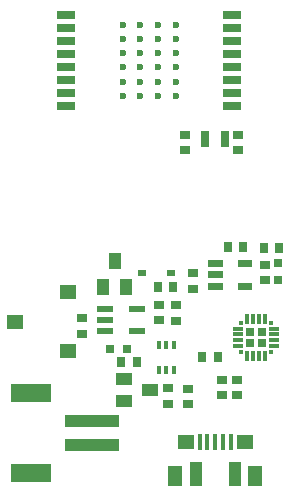
<source format=gbr>
G04 EAGLE Gerber RS-274X export*
G75*
%MOMM*%
%FSLAX34Y34*%
%LPD*%
%INSolderpaste Top*%
%IPPOS*%
%AMOC8*
5,1,8,0,0,1.08239X$1,22.5*%
G01*
%ADD10R,1.397000X1.168400*%
%ADD11R,1.295400X1.676400*%
%ADD12R,1.500000X0.700000*%
%ADD13C,0.600000*%
%ADD14C,0.088500*%
%ADD15R,0.700000X1.400000*%
%ADD16R,0.900000X0.700000*%
%ADD17R,0.400000X1.350000*%
%ADD18R,1.100000X2.100000*%
%ADD19R,4.600000X1.000000*%
%ADD20R,3.400000X1.600000*%
%ADD21R,1.320800X0.558800*%
%ADD22R,0.800000X0.600000*%
%ADD23R,1.400000X1.000000*%
%ADD24R,1.000000X1.400000*%
%ADD25R,0.355600X0.787400*%
%ADD26R,0.800000X0.800000*%
%ADD27R,0.700000X0.900000*%
%ADD28R,1.400000X1.200000*%
%ADD29R,0.750000X0.750000*%
%ADD30R,0.300000X0.300000*%
%ADD31R,0.900000X0.300000*%
%ADD32R,0.300000X0.900000*%


D10*
X221361Y-248920D03*
X271399Y-248920D03*
D11*
X280035Y-277876D03*
X212725Y-277876D03*
D12*
X120500Y112140D03*
X120500Y101140D03*
X120500Y90140D03*
X120500Y79140D03*
X120500Y68140D03*
X120500Y57140D03*
X120500Y46140D03*
X120500Y35140D03*
X260500Y35140D03*
X260500Y46140D03*
X260500Y57140D03*
X260500Y68140D03*
X260500Y79140D03*
X260500Y90140D03*
X260500Y101140D03*
X260500Y112140D03*
D13*
X168000Y104140D03*
X183000Y104140D03*
X198000Y104140D03*
X213000Y104140D03*
X168000Y92140D03*
X183000Y92140D03*
X198000Y92140D03*
X213000Y92140D03*
X168000Y80140D03*
X183000Y80140D03*
X198000Y80140D03*
X213000Y80140D03*
X168000Y68140D03*
X183000Y68140D03*
X198000Y68140D03*
X213000Y68140D03*
X168000Y56140D03*
X183000Y56140D03*
X198000Y56140D03*
X213000Y56140D03*
X168000Y44140D03*
X183000Y44140D03*
X198000Y44140D03*
X213000Y44140D03*
D14*
X240668Y-95180D02*
X240668Y-100196D01*
X240668Y-95180D02*
X251884Y-95180D01*
X251884Y-100196D01*
X240668Y-100196D01*
X240668Y-99355D02*
X251884Y-99355D01*
X251884Y-98514D02*
X240668Y-98514D01*
X240668Y-97673D02*
X251884Y-97673D01*
X251884Y-96832D02*
X240668Y-96832D01*
X240668Y-95991D02*
X251884Y-95991D01*
X265768Y-114180D02*
X265768Y-119196D01*
X265768Y-114180D02*
X276984Y-114180D01*
X276984Y-119196D01*
X265768Y-119196D01*
X265768Y-118355D02*
X276984Y-118355D01*
X276984Y-117514D02*
X265768Y-117514D01*
X265768Y-116673D02*
X276984Y-116673D01*
X276984Y-115832D02*
X265768Y-115832D01*
X265768Y-114991D02*
X276984Y-114991D01*
X240668Y-109696D02*
X240668Y-104680D01*
X251884Y-104680D01*
X251884Y-109696D01*
X240668Y-109696D01*
X240668Y-108855D02*
X251884Y-108855D01*
X251884Y-108014D02*
X240668Y-108014D01*
X240668Y-107173D02*
X251884Y-107173D01*
X251884Y-106332D02*
X240668Y-106332D01*
X240668Y-105491D02*
X251884Y-105491D01*
X240668Y-114180D02*
X240668Y-119196D01*
X240668Y-114180D02*
X251884Y-114180D01*
X251884Y-119196D01*
X240668Y-119196D01*
X240668Y-118355D02*
X251884Y-118355D01*
X251884Y-117514D02*
X240668Y-117514D01*
X240668Y-116673D02*
X251884Y-116673D01*
X251884Y-115832D02*
X240668Y-115832D01*
X240668Y-114991D02*
X251884Y-114991D01*
X265768Y-100196D02*
X265768Y-95180D01*
X276984Y-95180D01*
X276984Y-100196D01*
X265768Y-100196D01*
X265768Y-99355D02*
X276984Y-99355D01*
X276984Y-98514D02*
X265768Y-98514D01*
X265768Y-97673D02*
X276984Y-97673D01*
X276984Y-96832D02*
X265768Y-96832D01*
X265768Y-95991D02*
X276984Y-95991D01*
D15*
X238134Y7366D03*
X255134Y7366D03*
D16*
X220980Y-1928D03*
X220980Y11072D03*
X265938Y-2182D03*
X265938Y10818D03*
D17*
X233380Y-249164D03*
X239880Y-249164D03*
X246380Y-249164D03*
X252880Y-249164D03*
X259380Y-249164D03*
D18*
X229880Y-275914D03*
X262880Y-275914D03*
D19*
X142156Y-251554D03*
X142156Y-231554D03*
D20*
X90156Y-275554D03*
X90156Y-207554D03*
D16*
X288544Y-112164D03*
X288544Y-99164D03*
X227838Y-119276D03*
X227838Y-106276D03*
D21*
X152908Y-136144D03*
X152908Y-145542D03*
X152908Y-154940D03*
X180340Y-154940D03*
X180340Y-136144D03*
D22*
X209096Y-106172D03*
X184096Y-106172D03*
D23*
X191594Y-204978D03*
X169594Y-214478D03*
X169594Y-195478D03*
D24*
X161290Y-95426D03*
X170790Y-117426D03*
X151790Y-117426D03*
D25*
X198478Y-188468D03*
X204978Y-188468D03*
X211478Y-188468D03*
X211478Y-167132D03*
X204978Y-167132D03*
X198478Y-167132D03*
D26*
X172092Y-170434D03*
X157092Y-170434D03*
X299974Y-112148D03*
X299974Y-97148D03*
D27*
X179982Y-181610D03*
X166982Y-181610D03*
X300378Y-84836D03*
X287378Y-84836D03*
D16*
X206502Y-216558D03*
X206502Y-203558D03*
X223520Y-203812D03*
X223520Y-216812D03*
X198628Y-132946D03*
X198628Y-145946D03*
X212852Y-146454D03*
X212852Y-133454D03*
D28*
X122068Y-172066D03*
X77068Y-147066D03*
X122068Y-122066D03*
D27*
X256898Y-83820D03*
X269898Y-83820D03*
D16*
X133604Y-144376D03*
X133604Y-157376D03*
D27*
X210970Y-118110D03*
X197970Y-118110D03*
D29*
X285674Y-165278D03*
X276174Y-155778D03*
X285674Y-155778D03*
X276174Y-165278D03*
D30*
X268424Y-148028D03*
D31*
X265424Y-153028D03*
X265424Y-158028D03*
X265424Y-163028D03*
X265424Y-168028D03*
D30*
X268424Y-173028D03*
D32*
X273424Y-176028D03*
X278424Y-176028D03*
X283424Y-176028D03*
X288424Y-176028D03*
D30*
X293424Y-173028D03*
D31*
X296424Y-168028D03*
X296424Y-163028D03*
X296424Y-158028D03*
X296424Y-153028D03*
D30*
X293424Y-148028D03*
D32*
X288424Y-145028D03*
X283424Y-145028D03*
X278424Y-145028D03*
X273424Y-145028D03*
D16*
X252222Y-209446D03*
X252222Y-196446D03*
X264668Y-209446D03*
X264668Y-196446D03*
D27*
X235562Y-176784D03*
X248562Y-176784D03*
M02*

</source>
